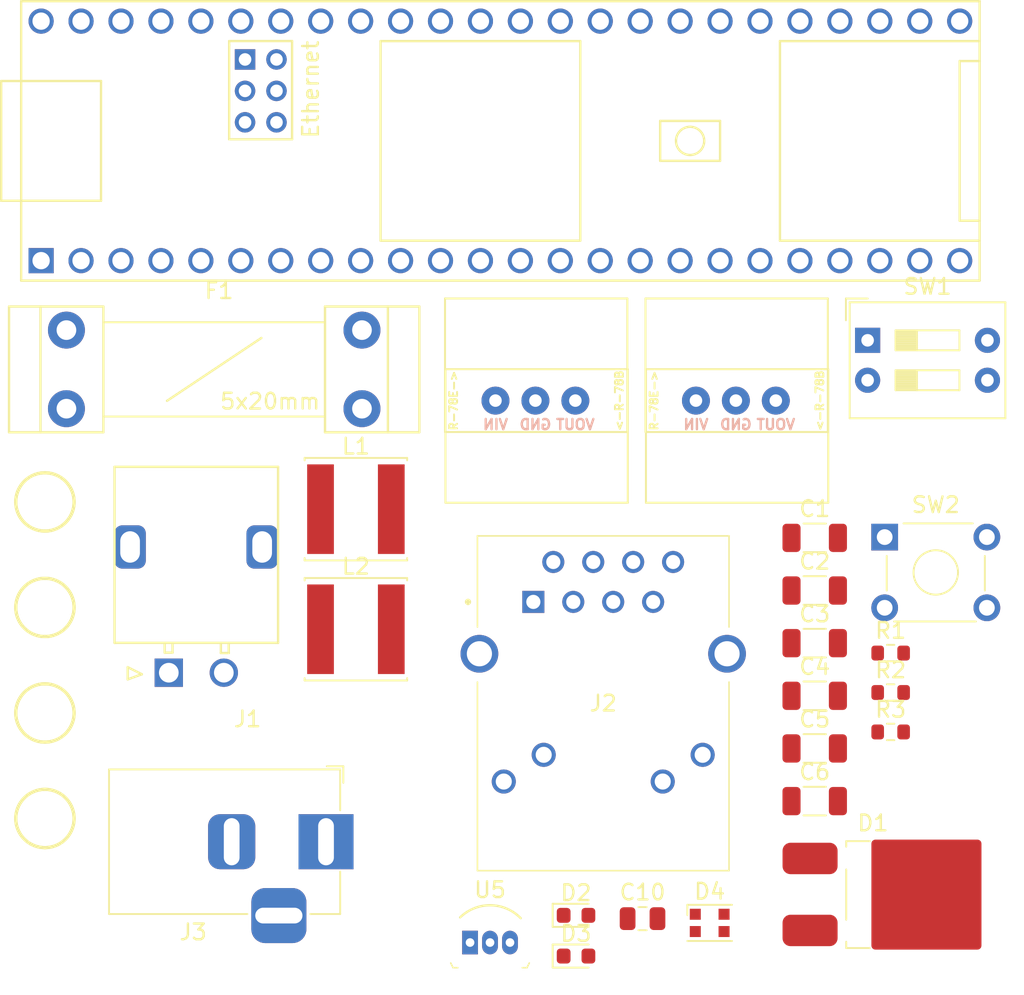
<source format=kicad_pcb>
(kicad_pcb (version 20221018) (generator pcbnew)
  (title_block (rev "v0.1") (company "Meow Wolf") (comment 1 "Daniel Bornhorst"))
  (layers (0 "F.Cu" signal) (31 "B.Cu" signal) (34 "B.Paste" user) (35 "F.Paste" user) (36 "B.SilkS" user "B.Silkscreen") (37 "F.SilkS" user "F.Silkscreen") (38 "B.Mask" user) (39 "F.Mask" user) (44 "Edge.Cuts" user))
  (net 0 "")
  (net 1 "+12V")
  (net 2 "GND")
  (net 3 "Net-(U1-IN)")
  (net 4 "+5V")
  (net 5 "Net-(U3-IN)")
  (net 6 "+3.3V")
  (net 7 "Net-(C10-Pad1)")
  (net 8 "Net-(D2-K)")
  (net 9 "Net-(D3-K)")
  (net 11 "STATUS_PIXEL")
  (net 12 "Net-(J1-Pin_2)")
  (net 13 "Net-(U2-T+)")
  (net 14 "Net-(U2-T-)")
  (net 15 "Net-(U2-R+)")
  (net 16 "Net-(U2-R-)")
  (net 18 "Net-(U2-LED)")
  (net 21 "TEMP_SENS1")
  (net 22 "DIP2")
  (net 23 "DIP1")
  (net 24 "BUTTON")
  (footprint "LED_SMD:LED_0603_1608Metric" (layer "F.Cu") (at 216.732 153.494)
    (fp_text reference "D3" (at 0 -1.43) (layer "F.SilkS"))
    (fp_text value "RED LED")
    (fp_line (start -1.485 -0.735) (end -1.485 0.735) (stroke (width 0.12)) (layer "F.SilkS"))
    (fp_line (start -1.485 0.735) (end 0.8 0.735) (stroke (width 0.12)) (layer "F.SilkS"))
    (fp_line (start 0.8 -0.735) (end -1.485 -0.735) (stroke (width 0.12)) (layer "F.SilkS"))
    (pad "1" smd roundrect (at -0.7875 0) (size 0.875 0.95) (layers "F.Cu" "F.Paste" "F.Mask") (net 9 "Net-(D3-K)"))
    (pad "2" smd roundrect (at 0.7875 0) (size 0.875 0.95) (layers "F.Cu" "F.Paste" "F.Mask") (net 6 "+3.3V"))
  )
  (footprint "Button_Switch_THT:SW_TH_Tactile_Omron_B3F-10xx" (layer "F.Cu") (at 236.362 126.834)
    (fp_text reference "SW2" (at 3.25 -2.05) (layer "F.SilkS"))
    (fp_text value "SW_MEC_5G")
    (fp_line (start 0.13 3.4) (end 0.13 1.2) (stroke (width 0.12)) (layer "F.SilkS"))
    (fp_line (start 0.6 5.37) (end 5.8 5.37) (stroke (width 0.12)) (layer "F.SilkS"))
    (fp_line (start 1.2 -0.87) (end 5.6 -0.87) (stroke (width 0.12)) (layer "F.SilkS"))
    (fp_line (start 6.37 1.2) (end 6.37 3.4) (stroke (width 0.12)) (layer "F.SilkS"))
    (fp_circle (center 3.25 2.25) (end 4.25 3.25) (stroke (width 0.12)) (fill none) (layer "F.SilkS"))
    (pad "1" thru_hole rect (at 0 0) (size 1.7 1.7) (drill 1) (layers "*.Cu" "*.Mask") (net 24 "BUTTON"))
    (pad "1" thru_hole circle (at 6.5 0) (size 1.7 1.7) (drill 1) (layers "*.Cu" "*.Mask") (net 24 "BUTTON"))
    (pad "2" thru_hole circle (at 0 4.5) (size 1.7 1.7) (drill 1) (layers "*.Cu" "*.Mask") (net 24 "BUTTON"))
    (pad "2" thru_hole circle (at 6.5 4.5) (size 1.7 1.7) (drill 1) (layers "*.Cu" "*.Mask") (net 24 "BUTTON"))
  )
  (footprint "LED_SMD:LED_WS2812B-2020_PLCC4_2.0x2.0mm" (layer "F.Cu") (at 225.232 151.384)
    (fp_text reference "D4" (at 0 -2) (layer "F.SilkS"))
    (fp_text value "WS2812B")
    (fp_line (start -1.42 -1.15) (end -1.42 -0.5) (stroke (width 0.12)) (layer "F.SilkS"))
    (fp_line (start -1.42 -1.15) (end 1.42 -1.15) (stroke (width 0.12)) (layer "F.SilkS"))
    (fp_line (start -1.42 1.15) (end 1.42 1.15) (stroke (width 0.12)) (layer "F.SilkS"))
    (pad "1" smd rect (at -0.915 -0.55) (size 0.7 0.7) (layers "F.Cu" "F.Paste" "F.Mask"))
    (pad "2" smd rect (at -0.915 0.55) (size 0.7 0.7) (layers "F.Cu" "F.Paste" "F.Mask") (net 2 "GND"))
    (pad "3" smd rect (at 0.915 0.55) (size 0.7 0.7) (layers "F.Cu" "F.Paste" "F.Mask") (net 11 "STATUS_PIXEL"))
    (pad "4" smd rect (at 0.915 -0.55) (size 0.7 0.7) (layers "F.Cu" "F.Paste" "F.Mask") (net 4 "+5V"))
  )
  (footprint "Resistor_SMD:R_0603_1608Metric" (layer "F.Cu") (at 236.742 136.724)
    (fp_text reference "R2" (at 0 -1.43) (layer "F.SilkS"))
    (fp_text value "220")
    (fp_line (start -0.237258 -0.5225) (end 0.237258 -0.5225) (stroke (width 0.12)) (layer "F.SilkS"))
    (fp_line (start -0.237258 0.5225) (end 0.237258 0.5225) (stroke (width 0.12)) (layer "F.SilkS"))
    (pad "1" smd roundrect (at -0.825 0) (size 0.8 0.95) (layers "F.Cu" "F.Paste" "F.Mask") (net 9 "Net-(D3-K)"))
    (pad "2" smd roundrect (at 0.825 0) (size 0.8 0.95) (layers "F.Cu" "F.Paste" "F.Mask") (net 2 "GND"))
  )
  (footprint "Capacitor_SMD:C_1206_3216Metric" (layer "F.Cu") (at 231.912 136.934)
    (fp_text reference "C4" (at 0 -1.85) (layer "F.SilkS"))
    (fp_text value "10uF")
    (fp_line (start -0.711252 -0.91) (end 0.711252 -0.91) (stroke (width 0.12)) (layer "F.SilkS"))
    (fp_line (start -0.711252 0.91) (end 0.711252 0.91) (stroke (width 0.12)) (layer "F.SilkS"))
    (pad "1" smd roundrect (at -1.475 0) (size 1.15 1.8) (layers "F.Cu" "F.Paste" "F.Mask") (roundrect_rratio 0.217391) (net 1 "+12V"))
    (pad "2" smd roundrect (at 1.475 0) (size 1.15 1.8) (layers "F.Cu" "F.Paste" "F.Mask") (roundrect_rratio 0.217391) (net 2 "GND"))
  )
  (footprint "digikey-footprints:TO-92-3" (layer "F.Cu") (at 209.992 152.634)
    (fp_text reference "U5" (at 1.27 -3.35) (layer "F.SilkS"))
    (fp_text value "DS18B20_")
    (fp_line (start -1.08 1.6) (end -1.23 1.3) (stroke (width 0.1)) (layer "F.SilkS"))
    (fp_line (start -0.78 1.6) (end -1.08 1.6) (stroke (width 0.1)) (layer "F.SilkS"))
    (fp_line (start 3.62 1.6) (end 3.32 1.6) (stroke (width 0.1)) (layer "F.SilkS"))
    (fp_line (start 3.62 1.6) (end 3.77 1.3) (stroke (width 0.1)) (layer "F.SilkS"))
    (fp_arc (start -0.63 -1.6) (mid 1.305355 -2.372361) (end 3.22 -1.55) (stroke (width 0.15)) (layer "F.SilkS"))
    (pad "1" thru_hole rect (at 0 0 180) (size 1 1.5) (drill 0.55) (layers "*.Cu" "*.Mask") (net 2 "GND"))
    (pad "2" thru_hole oval (at 1.27 0 180) (size 1 1.5) (drill 0.55) (layers "*.Cu" "*.Mask") (net 21 "TEMP_SENS1"))
    (pad "3" thru_hole oval (at 2.54 0 180) (size 1 1.5) (drill 0.55) (layers "*.Cu" "*.Mask") (net 6 "+3.3V"))
  )
  (footprint "Capacitor_SMD:C_0805_2012Metric" (layer "F.Cu") (at 220.962 151.114)
    (fp_text reference "C10" (at 0 -1.68) (layer "F.SilkS"))
    (fp_text value "0.1uF")
    (fp_line (start -0.261252 -0.735) (end 0.261252 -0.735) (stroke (width 0.12)) (layer "F.SilkS"))
    (fp_line (start -0.261252 0.735) (end 0.261252 0.735) (stroke (width 0.12)) (layer "F.SilkS"))
    (pad "1" smd roundrect (at -0.95 0) (size 1 1.45) (layers "F.Cu" "F.Paste" "F.Mask") (net 7 "Net-(C10-Pad1)"))
    (pad "2" smd roundrect (at 0.95 0) (size 1 1.45) (layers "F.Cu" "F.Paste" "F.Mask") (net 2 "GND"))
  )
  (footprint "Capacitor_SMD:C_1206_3216Metric" (layer "F.Cu") (at 231.912 126.884)
    (fp_text reference "C1" (at 0 -1.85) (layer "F.SilkS"))
    (fp_text value "10uF")
    (fp_line (start -0.711252 -0.91) (end 0.711252 -0.91) (stroke (width 0.12)) (layer "F.SilkS"))
    (fp_line (start -0.711252 0.91) (end 0.711252 0.91) (stroke (width 0.12)) (layer "F.SilkS"))
    (pad "1" smd roundrect (at -1.475 0) (size 1.15 1.8) (layers "F.Cu" "F.Paste" "F.Mask") (roundrect_rratio 0.217391) (net 1 "+12V"))
    (pad "2" smd roundrect (at 1.475 0) (size 1.15 1.8) (layers "F.Cu" "F.Paste" "F.Mask") (roundrect_rratio 0.217391) (net 2 "GND"))
  )
  (footprint "0_connector:WIZnet_J1B1211CCD_RJ45" (layer "F.Cu") (at 218.462 137.409)
    (fp_text reference "J2" (at 0 0) (layer "F.SilkS"))
    (fp_text value "WIZnet_J1B1211CCD_RJ45")
    (fp_line (start -8.6 -6.55) (end -8.6 -6.55) (stroke (width 0.2)) (layer "F.SilkS"))
    (fp_line (start -8.6 -6.35) (end -8.6 -6.35) (stroke (width 0.2)) (layer "F.SilkS"))
    (fp_line (start -8 -10.65) (end 8 -10.65) (stroke (width 0.1)) (layer "F.SilkS"))
    (fp_line (start -8 -4.85) (end -8 -10.65) (stroke (width 0.1)) (layer "F.SilkS"))
    (fp_line (start -8 -1.35) (end -8 10.65) (stroke (width 0.1)) (layer "F.SilkS"))
    (fp_line (start -8 10.65) (end 8 10.65) (stroke (width 0.1)) (layer "F.SilkS"))
    (fp_line (start 8 -10.65) (end 8 -4.85) (stroke (width 0.1)) (layer "F.SilkS"))
    (fp_line (start 8 10.65) (end 8 -1.35) (stroke (width 0.1)) (layer "F.SilkS"))
    (fp_arc (start -8.6 -6.55) (mid -8.5 -6.45) (end -8.6 -6.35) (stroke (width 0.2)) (layer "F.SilkS"))
    (fp_arc (start -8.6 -6.35) (mid -8.7 -6.45) (end -8.6 -6.55) (stroke (width 0.2)) (layer "F.SilkS"))
    (pad "" np_thru_hole circle (at -5.715 -0.1) (size 3.25 3.25) (drill 3.25) (layers "*.Cu" "*.Mask"))
    (pad "" np_thru_hole circle (at 5.715 -0.1) (size 3.25 3.25) (drill 3.25) (layers "*.Cu" "*.Mask"))
    (pad "1" thru_hole rect (at -4.445 -6.45) (size 1.4 1.4) (drill 0.9) (layers "*.Cu" "*.Mask") (net 13 "Net-(U2-T+)"))
    (pad "2" thru_hole circle (at -3.175 -8.99) (size 1.4 1.4) (drill 0.9) (layers "*.Cu" "*.Mask") (net 7 "Net-(C10-Pad1)"))
    (pad "3" thru_hole circle (at -1.905 -6.45) (size 1.4 1.4) (drill 0.9) (layers "*.Cu" "*.Mask") (net 14 "Net-(U2-T-)"))
    (pad "4" thru_hole circle (at -0.635 -8.99) (size 1.4 1.4) (drill 0.9) (layers "*.Cu" "*.Mask") (net 15 "Net-(U2-R+)"))
    (pad "5" thru_hole circle (at 0.635 -6.45) (size 1.4 1.4) (drill 0.9) (layers "*.Cu" "*.Mask") (net 7 "Net-(C10-Pad1)"))
    (pad "6" thru_hole circle (at 1.905 -8.99) (size 1.4 1.4) (drill 0.9) (layers "*.Cu" "*.Mask") (net 16 "Net-(U2-R-)"))
    (pad "7" thru_hole circle (at 3.175 -6.45) (size 1.4 1.4) (drill 0.9) (layers "*.Cu" "*.Mask"))
    (pad "8" thru_hole circle (at 4.445 -8.99) (size 1.4 1.4) (drill 0.9) (layers "*.Cu" "*.Mask") (net 2 "GND"))
    (pad "9" thru_hole circle (at -6.325 4.98) (size 1.53 1.53) (drill 1.02) (layers "*.Cu" "*.Mask") (net 2 "GND"))
    (pad "10" thru_hole circle (at -3.785 3.28) (size 1.53 1.53) (drill 1.02) (layers "*.Cu" "*.Mask") (net 18 "Net-(U2-LED)"))
    (pad "11" thru_hole circle (at 3.785 4.98) (size 1.53 1.53) (drill 1.02) (layers "*.Cu" "*.Mask"))
    (pad "12" thru_hole circle (at 6.325 3.28) (size 1.53 1.53) (drill 1.02) (layers "*.Cu" "*.Mask"))
    (pad "13" thru_hole circle (at -7.875 -3.15) (size 2.4 2.4) (drill 1.6) (layers "*.Cu" "*.Mask"))
    (pad "14" thru_hole circle (at 7.875 -3.15) (size 2.4 2.4) (drill 1.6) (layers "*.Cu" "*.Mask"))
  )
  (footprint "Connector_BarrelJack:BarrelJack_Horizontal" (layer "F.Cu") (at 200.832 146.219)
    (fp_text reference "J3" (at -8.45 5.75) (layer "F.SilkS"))
    (fp_text value "Barrel jack")
    (fp_line (start -13.8 -4.6) (end 0.9 -4.6) (stroke (width 0.12)) (layer "F.SilkS"))
    (fp_line (start -13.8 4.6) (end -13.8 -4.6) (stroke (width 0.12)) (layer "F.SilkS"))
    (fp_line (start -5 4.6) (end -13.8 4.6) (stroke (width 0.12)) (layer "F.SilkS"))
    (fp_line (start 0.05 -4.8) (end 1.1 -4.8) (stroke (width 0.12)) (layer "F.SilkS"))
    (fp_line (start 0.9 -4.6) (end 0.9 -2) (stroke (width 0.12)) (layer "F.SilkS"))
    (fp_line (start 0.9 1.9) (end 0.9 4.6) (stroke (width 0.12)) (layer "F.SilkS"))
    (fp_line (start 0.9 4.6) (end -1 4.6) (stroke (width 0.12)) (layer "F.SilkS"))
    (fp_line (start 1.1 -3.75) (end 1.1 -4.8) (stroke (width 0.12)) (layer "F.SilkS"))
    (pad "1" thru_hole rect (at 0 0) (size 3.5 3.5) (drill oval 1 3) (layers "*.Cu" "*.Mask") (net 12 "Net-(J1-Pin_2)"))
    (pad "2" thru_hole roundrect (at -6 0) (size 3 3.5) (drill oval 1 3) (layers "*.Cu" "*.Mask") (net 2 "GND"))
    (pad "3" thru_hole roundrect (at -3 4.7) (size 3.5 3.5) (drill oval 3 1) (layers "*.Cu" "*.Mask") (net 2 "GND"))
  )
  (footprint "Capacitor_SMD:C_1206_3216Metric" (layer "F.Cu") (at 231.912 133.584)
    (fp_text reference "C3" (at 0 -1.85) (layer "F.SilkS"))
    (fp_text value "10uF")
    (fp_line (start -0.711252 -0.91) (end 0.711252 -0.91) (stroke (width 0.12)) (layer "F.SilkS"))
    (fp_line (start -0.711252 0.91) (end 0.711252 0.91) (stroke (width 0.12)) (layer "F.SilkS"))
    (pad "1" smd roundrect (at -1.475 0) (size 1.15 1.8) (layers "F.Cu" "F.Paste" "F.Mask") (roundrect_rratio 0.217391) (net 4 "+5V"))
    (pad "2" smd roundrect (at 1.475 0) (size 1.15 1.8) (layers "F.Cu" "F.Paste" "F.Mask") (roundrect_rratio 0.217391) (net 2 "GND"))
  )
  (footprint "Capacitor_SMD:C_1206_3216Metric" (layer "F.Cu") (at 231.912 143.634)
    (fp_text reference "C6" (at 0 -1.85) (layer "F.SilkS"))
    (fp_text value "10uF")
    (fp_line (start -0.711252 -0.91) (end 0.711252 -0.91) (stroke (width 0.12)) (layer "F.SilkS"))
    (fp_line (start -0.711252 0.91) (end 0.711252 0.91) (stroke (width 0.12)) (layer "F.SilkS"))
    (pad "1" smd roundrect (at -1.475 0) (size 1.15 1.8) (layers "F.Cu" "F.Paste" "F.Mask") (roundrect_rratio 0.217391) (net 6 "+3.3V"))
    (pad "2" smd roundrect (at 1.475 0) (size 1.15 1.8) (layers "F.Cu" "F.Paste" "F.Mask") (roundrect_rratio 0.217391) (net 2 "GND"))
  )
  (footprint "0_microcontroller:Teensy41_ethernet_only" (layer "F.Cu") (at 210.652 100.989)
    (fp_text reference "U2" hide)
    (fp_text value "Teensy4.1" hide)
    (fp_text user "Ethernet" (at -10.795 -2.6416 90) (layer "F.SilkS"))
    (fp_line (start -30.48 -3.175) (end -29.21 -3.175) (stroke (width 0.15)) (layer "F.SilkS"))
    (fp_line (start -30.48 4.445) (end -30.48 -3.175) (stroke (width 0.15)) (layer "F.SilkS"))
    (fp_line (start -29.21 -8.255) (end 31.75 -8.255) (stroke (width 0.15)) (layer "F.SilkS"))
    (fp_line (start -29.21 4.445) (end -30.48 4.445) (stroke (width 0.15)) (layer "F.SilkS"))
    (fp_line (start -29.21 9.525) (end -29.21 -8.255) (stroke (width 0.15)) (layer "F.SilkS"))
    (fp_line (start -24.13 -3.175) (end -29.21 -3.175) (stroke (width 0.15)) (layer "F.SilkS"))
    (fp_line (start -24.13 4.445) (end -29.21 4.445) (stroke (width 0.15)) (layer "F.SilkS"))
    (fp_line (start -24.13 4.445) (end -24.13 -3.175) (stroke (width 0.15)) (layer "F.SilkS"))
    (fp_line (start -15.98 -5.7166) (end -15.98 -5.4666) (stroke (width 0.15)) (layer "F.SilkS"))
    (fp_line (start -15.98 -5.4666) (end -15.98 0.5334) (stroke (width 0.15)) (layer "F.SilkS"))
    (fp_line (start -15.98 0.5334) (end -11.98 0.5334) (stroke (width 0.15)) (layer "F.SilkS"))
    (fp_line (start -11.98 -5.7166) (end -15.98 -5.7166) (stroke (width 0.15)) (layer "F.SilkS"))
    (fp_line (start -11.98 0.5334) (end -11.98 -5.7166) (stroke (width 0.15)) (layer "F.SilkS"))
    (fp_line (start -6.35 -5.715) (end -6.35 6.985) (stroke (width 0.15)) (layer "F.SilkS"))
    (fp_line (start -6.35 6.985) (end 6.35 6.985) (stroke (width 0.15)) (layer "F.SilkS"))
    (fp_line (start 6.35 -5.715) (end -6.35 -5.715) (stroke (width 0.15)) (layer "F.SilkS"))
    (fp_line (start 6.35 6.985) (end 6.35 -5.715) (stroke (width 0.15)) (layer "F.SilkS"))
    (fp_line (start 11.43 -0.635) (end 15.24 -0.635) (stroke (width 0.15)) (layer "F.SilkS"))
    (fp_line (start 11.43 1.905) (end 11.43 -0.635) (stroke (width 0.15)) (layer "F.SilkS"))
    (fp_line (start 15.24 -0.635) (end 15.24 1.905) (stroke (width 0.15)) (layer "F.SilkS"))
    (fp_line (start 15.24 1.905) (end 11.43 1.905) (stroke (width 0.15)) (layer "F.SilkS"))
    (fp_line (start 19.05 -5.715) (end 19.05 6.985) (stroke (width 0.15)) (layer "F.SilkS"))
    (fp_line (start 19.05 6.985) (end 31.75 6.985) (stroke (width 0.15)) (layer "F.SilkS"))
    (fp_line (start 30.48 -4.445) (end 30.48 5.715) (stroke (width 0.15)) (layer "F.SilkS"))
    (fp_line (start 30.48 5.715) (end 31.75 5.715) (stroke (width 0.15)) (layer "F.SilkS"))
    (fp_line (start 31.75 -8.255) (end 31.75 9.525) (stroke (width 0.15)) (layer "F.SilkS"))
    (fp_line (start 31.75 -5.715) (end 19.05 -5.715) (stroke (width 0.15)) (layer "F.SilkS"))
    (fp_line (start 31.75 -4.445) (end 30.48 -4.445) (stroke (width 0.15)) (layer "F.SilkS"))
    (fp_line (start 31.75 9.525) (end -29.21 9.525) (stroke (width 0.15)) (layer "F.SilkS"))
    (fp_circle (center 13.335 0.635) (end 13.97 0) (stroke (width 0.15)) (fill none) (layer "F.SilkS"))
    (pad "1" thru_hole rect (at -27.94 8.255) (size 1.6 1.6) (drill 1.1) (layers "*.Cu" "*.Mask") (net 2 "GND"))
    (pad "2" thru_hole circle (at -25.4 8.255) (size 1.6 1.6) (drill 1.1) (layers "*.Cu" "*.Mask"))
    (pad "3" thru_hole circle (at -22.86 8.255) (size 1.6 1.6) (drill 1.1) (layers "*.Cu" "*.Mask"))
    (pad "4" thru_hole circle (at -20.32 8.255) (size 1.6 1.6) (drill 1.1) (layers "*.Cu" "*.Mask"))
    (pad "5" thru_hole circle (at -17.78 8.255) (size 1.6 1.6) (drill 1.1) (layers "*.Cu" "*.Mask"))
    (pad "6" thru_hole circle (at -15.24 8.255) (size 1.6 1.6) (drill 1.1) (layers "*.Cu" "*.Mask"))
    (pad "7" thru_hole circle (at -12.7 8.255) (size 1.6 1.6) (drill 1.1) (layers "*.Cu" "*.Mask"))
    (pad "8" thru_hole circle (at -10.16 8.255) (size 1.6 1.6) (drill 1.1) (layers "*.Cu" "*.Mask"))
    (pad "9" thru_hole circle (at -7.62 8.255) (size 1.6 1.6) (drill 1.1) (layers "*.Cu" "*.Mask"))
    (pad "10" thru_hole circle (at -5.08 8.255) (size 1.6 1.6) (drill 1.1) (layers "*.Cu" "*.Mask"))
    (pad "11" thru_hole circle (at -2.54 8.255) (size 1.6 1.6) (drill 1.1) (layers "*.Cu" "*.Mask"))
    (pad "12" thru_hole circle (at 0 8.255) (size 1.6 1.6) (drill 1.1) (layers "*.Cu" "*.Mask"))
    (pad "13" thru_hole circle (at 2.54 8.255) (size 1.6 1.6) (drill 1.1) (layers "*.Cu" "*.Mask"))
    (pad "14" thru_hole circle (at 5.08 8.255) (size 1.6 1.6) (drill 1.1) (layers "*.Cu" "*.Mask"))
    (pad "15" thru_hole circle (at 7.62 8.255) (size 1.6 1.6) (drill 1.1) (layers "*.Cu" "*.Mask"))
    (pad "16" thru_hole circle (at 10.16 8.255) (size 1.6 1.6) (drill 1.1) (layers "*.Cu" "*.Mask"))
    (pad "17" thru_hole circle (at 12.7 8.255) (size 1.6 1.6) (drill 1.1) (layers "*.Cu" "*.Mask"))
    (pad "18" thru_hole circle (at 15.24 8.255) (size 1.6 1.6) (drill 1.1) (layers "*.Cu" "*.Mask"))
    (pad "19" thru_hole circle (at 17.78 8.255) (size 1.6 1.6) (drill 1.1) (layers "*.Cu" "*.Mask"))
    (pad "20" thru_hole circle (at 20.32 8.255) (size 1.6 1.6) (drill 1.1) (layers "*.Cu" "*.Mask"))
    (pad "21" thru_hole circle (at 22.86 8.255) (size 1.6 1.6) (drill 1.1) (layers "*.Cu" "*.Mask"))
    (pad "22" thru_hole circle (at 25.4 8.255) (size 1.6 1.6) (drill 1.1) (layers "*.Cu" "*.Mask"))
    (pad "23" thru_hole circle (at 27.94 8.255) (size 1.6 1.6) (drill 1.1) (layers "*.Cu" "*.Mask"))
    (pad "24" thru_hole circle (at 30.48 8.255) (size 1.6 1.6) (drill 1.1) (layers "*.Cu" "*.Mask"))
    (pad "25" thru_hole circle (at 30.48 -6.985) (size 1.6 1.6) (drill 1.1) (layers "*.Cu" "*.Mask"))
    (pad "26" thru_hole circle (at 27.94 -6.985) (size 1.6 1.6) (drill 1.1) (layers "*.Cu" "*.Mask"))
    (pad "27" thru_hole circle (at 25.4 -6.985) (size 1.6 1.6) (drill 1.1) (layers "*.Cu" "*.Mask"))
    (pad "28" thru_hole circle (at 22.86 -6.985) (size 1.6 1.6) (drill 1.1) (layers "*.Cu" "*.Mask"))
    (pad "29" thru_hole circle (at 20.32 -6.985) (size 1.6 1.6) (drill 1.1) (layers "*.Cu" "*.Mask"))
    (pad "30" thru_hole circle (at 17.78 -6.985) (size 1.6 1.6) (drill 1.1) (layers "*.Cu" "*.Mask"))
    (pad "31" thru_hole circle (at 15.24 -6.985) (size 1.6 1.6) (drill 1.1) (layers "*.Cu" "*.Mask"))
    (pad "32" thru_hole circle (at 12.7 -6.985) (size 1.6 1.6) (drill 1.1) (layers "*.Cu" "*.Mask"))
    (pad "33" thru_hole circle (at 10.16 -6.985) (size 1.6 1.6) (drill 1.1) (layers "*.Cu" "*.Mask"))
    (pad "34" thru_hole circle (at 7.62 -6.985) (size 1.6 1.6) (drill 1.1) (layers "*.Cu" "*.Mask") (net 2 "GND"))
    (pad "35" thru_hole circle (at 5.08 -6.985) (size 1.6 1.6) (drill 1.1) (layers "*.Cu" "*.Mask"))
    (pad "36" thru_hole circle (at 2.54 -6.985) (size 1.6 1.6) (drill 1.1) (layers "*.Cu" "*.Mask"))
    (pad "37" thru_hole circle (at 0 -6.985) (size 1.6 1.6) (drill 1.1) (layers "*.Cu" "*.Mask"))
    (pad "38" thru_hole circle (at -2.54 -6.985) (size 1.6 1.6) (drill 1.1) (layers "*.Cu" "*.Mask"))
    (pad "39" thru_hole circle (at -5.08 -6.985) (size 1.6 1.6) (drill 1.1) (layers "*.Cu" "*.Mask"))
    (pad "40" thru_hole circle (at -7.62 -6.985) (size 1.6 1.6) (drill 1.1) (layers "*.Cu" "*.Mask"))
    (pad "41" thru_hole circle (at -10.16 -6.985) (size 1.6 1.6) (drill 1.1) (layers "*.Cu" "*.Mask"))
    (pad "42" thru_hole circle (at -12.7 -6.985) (size 1.6 1.6) (drill 1.1) (layers "*.Cu" "*.Mask"))
    (pad "43" thru_hole circle (at -15.24 -6.985) (size 1.6 1.6) (drill 1.1) (layers "*.Cu" "*.Mask"))
    (pad "44" thru_hole circle (at -17.78 -6.985) (size 1.6 1.6) (drill 1.1) (layers "*.Cu" "*.Mask"))
    (pad "45" thru_hole circle (at -20.32 -6.985) (size 1.6 1.6) (drill 1.1) (layers "*.Cu" "*.Mask"))
    (pad "46" thru_hole circle (at -22.86 -6.985) (size 1.6 1.6) (drill 1.1) (layers "*.Cu" "*.Mask"))
    (pad "47" thru_hole circle (at -25.4 -6.985) (size 1.6 1.6) (drill 1.1) (layers "*.Cu" "*.Mask") (net 2 "GND"))
    (pad "48" thru_hole circle (at -27.94 -6.985) (size 1.6 1.6) (drill 1.1) (layers "*.Cu" "*.Mask") (net 4 "+5V"))
    (pad "60" thru_hole rect (at -14.97 -4.5466) (size 1.3 1.3) (drill 0.8) (layers "*.Cu" "*.Mask") (net 15 "Net-(U2-R+)"))
    (pad "61" thru_hole circle (at -14.97 -2.5466) (size 1.3 1.3) (drill 0.8) (layers "*.Cu" "*.Mask") (net 18 "Net-(U2-LED)"))
    (pad "62" thru_hole circle (at -14.97 -0.5466) (size 1.3 1.3) (drill 0.8) (layers "*.Cu" "*.Mask") (net 14 "Net-(U2-T-)"))
    (pad "63" thru_hole circle (at -12.97 -0.5466) (size 1.3 1.3) (drill 0.8) (layers "*.Cu" "*.Mask") (net 13 "Net-(U2-T+)"))
    (pad "64" thru_hole circle (at -12.97 -2.5466) (size 1.3 1.3) (drill 0.8) (layers "*.Cu" "*.Mask") (net 2 "GND"))
    (pad "65" thru_hole circle (at -12.97 -4.5466) (size 1.3 1.3) (drill 0.8) (layers "*.Cu" "*.Mask") (net 16 "Net-(U2-R-)"))
  )
  (footprint "Inductor_SMD:L_Changjiang_FNR6045S" (layer "F.Cu") (at 202.732 132.699)
    (fp_text reference "L2" (at 0 -4) (layer "F.SilkS"))
    (fp_text value "10uH")
    (fp_line (start -3.26 -3.26) (end -3.26 -3.11) (stroke (width 0.12)) (layer "F.SilkS"))
    (fp_line (start -3.26 -3.26) (end 3.26 -3.26) (stroke (width 0.12)) (layer "F.SilkS"))
    (fp_line (start -3.26 3.26) (end -3.26 3.11) (stroke (width 0.12)) (layer "F.SilkS"))
    (fp_line (start -3.26 3.26) (end 3.26 3.26) (stroke (width 0.12)) (layer "F.SilkS"))
    (fp_line (start 3.26 -3.26) (end 3.26 -3.11) (stroke (width 0.12)) (layer "F.SilkS"))
    (fp_line (start 3.26 3.26) (end 3.26 3.11) (stroke (width 0.12)) (layer "F.SilkS"))
    (pad "1" smd rect (at -2.25 0) (size 1.7 5.7) (layers "F.Cu" "F.Paste" "F.Mask") (net 1 "+12V"))
    (pad "2" smd rect (at 2.25 0) (size 1.7 5.7) (layers "F.Cu" "F.Paste" "F.Mask") (net 5 "Net-(U3-IN)"))
  )
  (footprint "MeowWolf_Hardware:STAND-OFF" (layer "F.Cu") (at 182.9545 138.0265)
    (fp_text reference "H3" hide)
    (fp_text value "STAND-OFF" hide)
    (fp_arc (start 0 -1.8542) (mid 1.8542 0) (end 0 1.8542) (stroke (width 0.2032)) (layer "F.SilkS"))
    (fp_arc (start 0 -1.8542) (mid 1.8542 0) (end 0 1.8542) (stroke (width 0.2032)) (layer "F.SilkS"))
    (fp_arc (start 0 1.8542) (mid -1.8542 0) (end 0 -1.8542) (stroke (width 0.2032)) (layer "F.SilkS"))
    (fp_arc (start 0 1.8542) (mid -1.8542 0) (end 0 -1.8542) (stroke (width 0.2032)) (layer "F.SilkS"))
    (pad "" np_thru_hole circle (at 0 0) (size 3.302 3.302) (drill 3.302) (layers "*.Cu" "*.Mask"))
  )
  (footprint "MeowWolf_Devices:DC-DC_CONVERTER_R-78E_R-78B" (layer "F.Cu") (at 226.89856 118.14982)
    (fp_text reference "U3" hide)
    (fp_text value "R-78B3.3-2.0" hide)
    (fp_text user "VOUT" (at 2.54 1.524) (layer "B.SilkS") (effects (font (size 0.65 0.65)) (justify mirror)))
    (fp_text user "GND" (at 0 1.524) (layer "B.SilkS") (effects (font (size 0.65 0.65)) (justify mirror)))
    (fp_text user "VIN" (at -2.54 1.524) (layer "B.SilkS") (effects (font (size 0.65 0.65)) (justify mirror)))
    (fp_text user "R-78E->" (at -5.207 0 90) (layer "F.SilkS") (effects (font (size 0.5 0.5) (thickness 0.125))))
    (fp_text user "<-R-78B" (at 5.334 0 90) (layer "F.SilkS") (effects (font (size 0.5 0.5) (thickness 0.125))))
    (fp_line (start -5.74802 -6.49732) (end -5.74802 1.99898) (stroke (width 0.127)) (layer "F.SilkS"))
    (fp_line (start -5.74802 1.99898) (end 5.84708 1.99898) (stroke (width 0.127)) (layer "F.SilkS"))
    (fp_line (start -5.72008 -1.99898) (end -5.72008 6.49732) (stroke (width 0.127)) (layer "F.SilkS"))
    (fp_line (start -5.72008 6.49732) (end 5.87502 6.49732) (stroke (width 0.127)) (layer "F.SilkS"))
    (fp_line (start 5.84708 -6.49732) (end -5.74802 -6.49732) (stroke (width 0.127)) (layer "F.SilkS"))
    (fp_line (start 5.84708 1.99898) (end 5.84708 -6.49732) (stroke (width 0.127)) (layer "F.SilkS"))
    (fp_line (start 5.87502 -1.99898) (end -5.72008 -1.99898) (stroke (width 0.127)) (layer "F.SilkS"))
    (fp_line (start 5.87502 6.49732) (end 5.87502 -1.99898) (stroke (width 0.127)) (layer "F.SilkS"))
    (pad "GND" thru_hole circle (at 0 0) (size 1.778 1.778) (drill 0.79756) (layers "*.Cu" "*.Mask") (net 2 "GND"))
    (pad "VIN" thru_hole circle (at -2.54 0) (size 1.778 1.778) (drill 0.79756) (layers "*.Cu" "*.Mask") (net 5 "Net-(U3-IN)"))
    (pad "VOUT" thru_hole circle (at 2.54 0) (size 1.778 1.778) (drill 0.79756) (layers "*.Cu" "*.Mask") (net 6 "+3.3V"))
  )
  (footprint "Button_Switch_THT:SW_DIP_SPSTx02_Slide_9.78x7.26mm_W7.62mm_P2.54mm" (layer "F.Cu") (at 235.277 114.314)
    (fp_text reference "SW1" (at 3.81 -3.42) (layer "F.SilkS"))
    (fp_text value "SW_DIP_x02")
    (fp_line (start -1.38 -2.66) (end -1.38 -1.277) (stroke (width 0.12)) (layer "F.SilkS"))
    (fp_line (start -1.38 -2.66) (end 0.004 -2.66) (stroke (width 0.12)) (layer "F.SilkS"))
    (fp_line (start -1.14 -2.42) (end -1.14 4.96) (stroke (width 0.12)) (layer "F.SilkS"))
    (fp_line (start -1.14 -2.42) (end 8.76 -2.42) (stroke (width 0.12)) (layer "F.SilkS"))
    (fp_line (start -1.14 4.96) (end 8.76 4.96) (stroke (width 0.12)) (layer "F.SilkS"))
    (fp_line (start 1.78 -0.635) (end 1.78 0.635) (stroke (width 0.12)) (layer "F.SilkS"))
    (fp_line (start 1.78 -0.515) (end 3.133333 -0.515) (stroke (width 0.12)) (layer "F.SilkS"))
    (fp_line (start 1.78 -0.395) (end 3.133333 -0.395) (stroke (width 0.12)) (layer "F.SilkS"))
    (fp_line (start 1.78 -0.275) (end 3.133333 -0.275) (stroke (width 0.12)) (layer "F.SilkS"))
    (fp_line (start 1.78 -0.155) (end 3.133333 -0.155) (stroke (width 0.12)) (layer "F.SilkS"))
    (fp_line (start 1.78 -0.035) (end 3.133333 -0.035) (stroke (width 0.12)) (layer "F.SilkS"))
    (fp_line (start 1.78 0.085) (end 3.133333 0.085) (stroke (width 0.12)) (layer "F.SilkS"))
    (fp_line (start 1.78 0.205) (end 3.133333 0.205) (stroke (width 0.12)) (layer "F.SilkS"))
    (fp_line (start 1.78 0.325) (end 3.133333 0.325) (stroke (width 0.12)) (layer "F.SilkS"))
    (fp_line (start 1.78 0.445) (end 3.133333 0.445) (stroke (width 0.12)) (layer "F.SilkS"))
    (fp_line (start 1.78 0.565) (end 3.133333 0.565) (stroke (width 0.12)) (layer "F.SilkS"))
    (fp_line (start 1.78 0.635) (end 5.84 0.635) (stroke (width 0.12)) (layer "F.SilkS"))
    (fp_line (start 1.78 1.905) (end 1.78 3.175) (stroke (width 0.12)) (layer "F.SilkS"))
    (fp_line (start 1.78 2.025) (end 3.133333 2.025) (stroke (width 0.12)) (layer "F.SilkS"))
    (fp_line (start 1.78 2.145) (end 3.133333 2.145) (stroke (width 0.12)) (layer "F.SilkS"))
    (fp_line (start 1.78 2.265) (end 3.133333 2.265) (stroke (width 0.12)) (layer "F.SilkS"))
    (fp_line (start 1.78 2.385) (end 3.133333 2.385) (stroke (width 0.12)) (layer "F.SilkS"))
    (fp_line (start 1.78 2.505) (end 3.133333 2.505) (stroke (width 0.12)) (layer "F.SilkS"))
    (fp_line (start 1.78 2.625) (end 3.133333 2.625) (stroke (width 0.12)) (layer "F.SilkS"))
    (fp_line (start 1.78 2.745) (end 3.133333 2.745) (stroke (width 0.12)) (layer "F.SilkS"))
    (fp_line (start 1.78 2.865) (end 3.133333 2.865) (stroke (width 0.12)) (layer "F.SilkS"))
    (fp_line (start 1.78 2.985) (end 3.133333 2.985) (stroke (width 0.12)) (layer "F.SilkS"))
    (fp_line (start 1.78 3.105) (end 3.133333 3.105) (stroke (width 0.12)) (layer "F.SilkS"))
    (fp_line (start 1.78 3.175) (end 5.84 3.175) (stroke (width 0.12)) (layer "F.SilkS"))
    (fp_line (start 3.133333 -0.635) (end 3.133333 0.635) (stroke (width 0.12)) (layer "F.SilkS"))
    (fp_line (start 3.133333 1.905) (end 3.133333 3.175) (stroke (width 0.12)) (layer "F.SilkS"))
    (fp_line (start 5.84 -0.635) (end 1.78 -0.635) (stroke (width 0.12)) (layer "F.SilkS"))
    (fp_line (start 5.84 0.635) (end 5.84 -0.635) (stroke (width 0.12)) (layer "F.SilkS"))
    (fp_line (start 5.84 1.905) (end 1.78 1.905) (stroke (width 0.12)) (layer "F.SilkS"))
    (fp_line (start 5.84 3.175) (end 5.84 1.905) (stroke (width 0.12)) (layer "F.SilkS"))
    (fp_line (start 8.76 -2.42) (end 8.76 4.96) (stroke (width 0.12)) (layer "F.SilkS"))
    (pad "1" thru_hole rect (at 0 0) (size 1.6 1.6) (drill 0.8) (layers "*.Cu" "*.Mask") (net 2 "GND"))
    (pad "2" thru_hole oval (at 0 2.54) (size 1.6 1.6) (drill 0.8) (layers "*.Cu" "*.Mask") (net 2 "GND"))
    (pad "3" thru_hole oval (at 7.62 2.54) (size 1.6 1.6) (drill 0.8) (layers "*.Cu" "*.Mask") (net 22 "DIP2"))
    (pad "4" thru_hole oval (at 7.62 0) (size 1.6 1.6) (drill 0.8) (layers "*.Cu" "*.Mask") (net 23 "DIP1"))
  )
  (footprint "Package_TO_SOT_SMD:TO-252-2_TabPin1" (layer "F.Cu") (at 236.992 149.584)
    (fp_text reference "D1" (at -1.375 -4.55) (layer "F.SilkS"))
    (fp_text value "Reverse Protection Diode")
    (fp_line (start -3.075 -3.4) (end -1.575 -3.4) (stroke (width 0.12)) (layer "F.SilkS"))
    (fp_line (start -3.075 -3.05) (end -3.075 -3.4) (stroke (width 0.12)) (layer "F.SilkS"))
    (fp_line (start -3.075 1.6) (end -3.075 -1.6) (stroke (width 0.12)) (layer "F.SilkS"))
    (fp_line (start -3.075 3.4) (end -3.075 3) (stroke (width 0.12)) (layer "F.SilkS"))
    (fp_line (start -1.575 3.4) (end -3.075 3.4) (stroke (width 0.12)) (layer "F.SilkS"))
    (pad "1" smd roundrect (at -5.375 -2.3) (size 3.5 2) (layers "F.Cu" "F.Paste" "F.Mask") (net 1 "+12V"))
    (pad "1" smd roundrect (at 2.025 0) (size 7 7) (layers "F.Cu" "F.Mask") (roundrect_rratio 0.03571428571) (net 1 "+12V"))
    (pad "2" smd roundrect (at -5.375 2.28) (size 3.5 2) (layers "F.Cu" "F.Paste" "F.Mask") (net 2 "GND"))
  )
  (footprint "LED_SMD:LED_0603_1608Metric" (layer "F.Cu") (at 216.732 150.904)
    (fp_text reference "D2" (at 0 -1.43) (layer "F.SilkS"))
    (fp_text value "GREEN LED")
    (fp_line (start -1.485 -0.735) (end -1.485 0.735) (stroke (width 0.12)) (layer "F.SilkS"))
    (fp_line (start -1.485 0.735) (end 0.8 0.735) (stroke (width 0.12)) (layer "F.SilkS"))
    (fp_line (start 0.8 -0.735) (end -1.485 -0.735) (stroke (width 0.12)) (layer "F.SilkS"))
    (pad "1" smd roundrect (at -0.7875 0) (size 0.875 0.95) (layers "F.Cu" "F.Paste" "F.Mask") (net 8 "Net-(D2-K)"))
    (pad "2" smd roundrect (at 0.7875 0) (size 0.875 0.95) (layers "F.Cu" "F.Paste" "F.Mask") (net 4 "+5V"))
  )
  (footprint "MeowWolf_Devices:DC-DC_CONVERTER_R-78E_R-78B" (layer "F.Cu") (at 214.14852 118.14982)
    (fp_text reference "U1" hide)
    (fp_text value "R-78B5.0-2.0" hide)
    (fp_text user "GND" (at 0 1.524) (layer "B.SilkS") (effects (font (size 0.65 0.65)) (justify mirror)))
    (fp_text user "VIN" (at -2.54 1.524) (layer "B.SilkS") (effects (font (size 0.65 0.65)) (justify mirror)))
    (fp_text user "VOUT" (at 2.54 1.524) (layer "B.SilkS") (effects (font (size 0.65 0.65)) (justify mirror)))
    (fp_text user "<-R-78B" (at 5.334 0 90) (layer "F.SilkS") (effects (font (size 0.5 0.5) (thickness 0.125))))
    (fp_text user "R-78E->" (at -5.207 0 90) (layer "F.SilkS") (effects (font (size 0.5 0.5) (thickness 0.125))))
    (fp_line (start -5.74802 -6.49732) (end -5.74802 1.99898) (stroke (width 0.127)) (layer "F.SilkS"))
    (fp_line (start -5.74802 1.99898) (end 5.84708 1.99898) (stroke (width 0.127)) (layer "F.SilkS"))
    (fp_line (start -5.72008 -1.99898) (end -5.72008 6.49732) (stroke (width 0.127)) (layer "F.SilkS"))
    (fp_line (start -5.72008 6.49732) (end 5.87502 6.49732) (stroke (width 0.127)) (layer "F.SilkS"))
    (fp_line (start 5.84708 -6.49732) (end -5.74802 -6.49732) (stroke (width 0.127)) (layer "F.SilkS"))
    (fp_line (start 5.84708 1.99898) (end 5.84708 -6.49732) (stroke (width 0.127)) (layer "F.SilkS"))
    (fp_line (start 5.87502 -1.99898) (end -5.72008 -1.99898) (stroke (width 0.127)) (layer "F.SilkS"))
    (fp_line (start 5.87502 6.49732) (end 5.87502 -1.99898) (stroke (width 0.127)) (layer "F.SilkS"))
    (pad "GND" thru_hole circle (at 0 0) (size 1.778 1.778) (drill 0.79756) (layers "*.Cu" "*.Mask") (net 2 "GND"))
    (pad "VIN" thru_hole circle (at -2.54 0) (size 1.778 1.778) (drill 0.79756) (layers "*.Cu" "*.Mask") (net 3 "Net-(U1-IN)"))
    (pad "VOUT" thru_hole circle (at 2.54 0) (size 1.778 1.778) (drill 0.79756) (layers "*.Cu" "*.Mask") (net 4 "+5V"))
  )
  (footprint "Capacitor_SMD:C_1206_3216Metric" (layer "F.Cu") (at 231.912 130.234)
    (fp_text reference "C2" (at 0 -1.85) (layer "F.SilkS"))
    (fp_text value "4.7uF")
    (fp_line (start -0.711252 -0.91) (end 0.711252 -0.91) (stroke (width 0.12)) (layer "F.SilkS"))
    (fp_line (start -0.711252 0.91) (end 0.711252 0.91) (stroke (width 0.12)) (layer "F.SilkS"))
    (pad "1" smd roundrect (at -1.475 0) (size 1.15 1.8) (layers "F.Cu" "F.Paste" "F.Mask") (roundrect_rratio 0.217391) (net 3 "Net-(U1-IN)"))
    (pad "2" smd roundrect (at 1.475 0) (size 1.15 1.8) (layers "F.Cu" "F.Paste" "F.Mask") (roundrect_rratio 0.217391) (net 2 "GND"))
  )
  (footprint "MeowWolf_Hardware:STAND-OFF" (layer "F.Cu") (at 182.9545 131.3115)
    (fp_text reference "H2" hide)
    (fp_text value "STAND-OFF" hide)
    (fp_arc (start 0 -1.8542) (mid 1.8542 0) (end 0 1.8542) (stroke (width 0.2032)) (layer "F.SilkS"))
    (fp_arc (start 0 -1.8542) (mid 1.8542 0) (end 0 1.8542) (stroke (width 0.2032)) (layer "F.SilkS"))
    (fp_arc (start 0 1.8542) (mid -1.8542 0) (end 0 -1.8542) (stroke (width 0.2032)) (layer "F.SilkS"))
    (fp_arc (start 0 1.8542) (mid -1.8542 0) (end 0 -1.8542) (stroke (width 0.2032)) (layer "F.SilkS"))
    (pad "" np_thru_hole circle (at 0 0) (size 3.302 3.302) (drill 3.302) (layers "*.Cu" "*.Mask"))
  )
  (footprint "Resistor_SMD:R_0603_1608Metric" (layer "F.Cu") (at 236.742 134.214)
    (fp_text reference "R1" (at 0 -1.43) (layer "F.SilkS"))
    (fp_text value "560")
    (fp_line (start -0.237258 -0.5225) (end 0.237258 -0.5225) (stroke (width 0.12)) (layer "F.SilkS"))
    (fp_line (start -0.237258 0.5225) (end 0.237258 0.5225) (stroke (width 0.12)) (layer "F.SilkS"))
    (pad "1" smd roundrect (at -0.825 0) (size 0.8 0.95) (layers "F.Cu" "F.Paste" "F.Mask") (net 8 "Net-(D2-K)"))
    (pad "2" smd roundrect (at 0.825 0) (size 0.8 0.95) (layers "F.Cu" "F.Paste" "F.Mask") (net 2 "GND"))
  )
  (footprint "Inductor_SMD:L_Changjiang_FNR6045S" (layer "F.Cu") (at 202.732 125.059)
    (fp_text reference "L1" (at 0 -4) (layer "F.SilkS"))
    (fp_text value "10uH")
    (fp_line (start -3.26 -3.26) (end -3.26 -3.11) (stroke (width 0.12)) (layer "F.SilkS"))
    (fp_line (start -3.26 -3.26) (end 3.26 -3.26) (stroke (width 0.12)) (layer "F.SilkS"))
    (fp_line (start -3.26 3.26) (end -3.26 3.11) (stroke (width 0.12)) (layer "F.SilkS"))
    (fp_line (start -3.26 3.26) (end 3.26 3.26) (stroke (width 0.12)) (layer "F.SilkS"))
    (fp_line (start 3.26 -3.26) (end 3.26 -3.11) (stroke (width 0.12)) (layer "F.SilkS"))
    (fp_line (start 3.26 3.26) (end 3.26 3.11) (stroke (width 0.12)) (layer "F.SilkS"))
    (pad "1" smd rect (at -2.25 0) (size 1.7 5.7) (layers "F.Cu" "F.Paste" "F.Mask") (net 1 "+12V"))
    (pad "2" smd rect (at 2.25 0) (size 1.7 5.7) (layers "F.Cu" "F.Paste" "F.Mask") (net 3 "Net-(U1-IN)"))
  )
  (footprint "MeowWolf_Devices:Fuseholder_5x20mm_Littelfuse_01110501Z" (layer "F.Cu") (at 193.72 116.164)
    (fp_text reference "F1" (at 0.31 -5) (layer "F.SilkS"))
    (fp_text value "Fuse" hide)
    (fp_text user "5x20mm" (at 3.556 2.032) (layer "F.SilkS"))
    (fp_line (start -13.048 -4) (end -7.048 -4) (stroke (width 0.15)) (layer "F.SilkS"))
    (fp_line (start -13.048 4) (end -13.048 -4) (stroke (width 0.15)) (layer "F.SilkS"))
    (fp_line (start -11.048 -4) (end -11.048 4) (stroke (width 0.15)) (layer "F.SilkS"))
    (fp_line (start -7.048 -3) (end 7.048 -3) (stroke (width 0.12)) (layer "F.SilkS"))
    (fp_line (start -7.048 3) (end 7.048 3) (stroke (width 0.12)) (layer "F.SilkS"))
    (fp_line (start -7.048 4) (end -13.048 4) (stroke (width 0.15)) (layer "F.SilkS"))
    (fp_line (start -7.048 4) (end -7.048 -4) (stroke (width 0.15)) (layer "F.SilkS"))
    (fp_line (start -3 2) (end 3 -2) (stroke (width 0.15)) (layer "F.SilkS"))
    (fp_line (start 7.048 -4) (end 7.048 4) (stroke (width 0.15)) (layer "F.SilkS"))
    (fp_line (start 7.048 -4) (end 13.048 -4) (stroke (width 0.15)) (layer "F.SilkS"))
    (fp_line (start 11.048 -4) (end 11.048 4) (stroke (width 0.15)) (layer "F.SilkS"))
    (fp_line (start 13.048 -4) (end 13.048 4) (stroke (width 0.15)) (layer "F.SilkS"))
    (fp_line (start 13.048 4) (end 7.048 4) (stroke (width 0.15)) (layer "F.SilkS"))
    (pad "1" thru_hole circle (at -9.398 -2.5) (size 2.35 2.35) (drill 1.25) (layers "*.Cu" "*.Mask") (net 1 "+12V"))
    (pad "1" thru_hole circle (at -9.398 2.5) (size 2.35 2.35) (drill 1.25) (layers "*.Cu" "*.Mask") (net 1 "+12V"))
    (pad "2" thru_hole circle (at 9.398 -2.5) (size 2.35 2.35) (drill 1.25) (layers "*.Cu" "*.Mask") (net 12 "Net-(J1-Pin_2)"))
    (pad "2" thru_hole circle (at 9.398 2.5) (size 2.35 2.35) (drill 1.25) (layers "*.Cu" "*.Mask") (net 12 "Net-(J1-Pin_2)"))
  )
  (footprint "MeowWolf_Hardware:STAND-OFF" (layer "F.Cu") (at 182.9545 124.5965)
    (fp_text reference "H1" hide)
    (fp_text value "STAND-OFF" hide)
    (fp_arc (start 0 -1.8542) (mid 1.8542 0) (end 0 1.8542) (stroke (width 0.2032)) (layer "F.SilkS"))
    (fp_arc (start 0 -1.8542) (mid 1.8542 0) (end 0 1.8542) (stroke (width 0.2032)) (layer "F.SilkS"))
    (fp_arc (start 0 1.8542) (mid -1.8542 0) (end 0 -1.8542) (stroke (width 0.2032)) (layer "F.SilkS"))
    (fp_arc (start 0 1.8542) (mid -1.8542 0) (end 0 -1.8542) (stroke (width 0.2032)) (layer "F.SilkS"))
    (pad "" np_thru_hole circle (at 0 0) (size 3.302 3.302) (drill 3.302) (layers "*.Cu" "*.Mask"))
  )
  (footprint "Capacitor_SMD:C_1206_3216Metric" (layer "F.Cu") (at 231.912 140.284)
    (fp_text reference "C5" (at 0 -1.85) (layer "F.SilkS"))
    (fp_text value "4.7uF")
    (fp_line (start -0.711252 -0.91) (end 0.711252 -0.91) (stroke (width 0.12)) (layer "F.SilkS"))
    (fp_line (start -0.711252 0.91) (end 0.711252 0.91) (stroke (width 0.12)) (layer "F.SilkS"))
    (pad "1" smd roundrect (at -1.475 0) (size 1.15 1.8) (layers "F.Cu" "F.Paste" "F.Mask") (roundrect_rratio 0.217391) (net 5 "Net-(U3-IN)"))
    (pad "2" smd roundrect (at 1.475 0) (size 1.15 1.8) (layers "F.Cu" "F.Paste" "F.Mask") (roundrect_rratio 0.217391) (net 2 "GND"))
  )
  (footprint "0_connector:MOLEX_ULTRAFIT-RA-2POS_1723104102" (layer "F.Cu") (at 192.370092 140.113097)
    (fp_text reference "J1" (at 3.475 -1.7) (layer "F.SilkS"))
    (fp_text value "Molex Ultra-Fit")
    (fp_line (start -4.988092 -17.749097) (end 5.411908 -17.749097) (stroke (width 0.15)) (layer "F.SilkS"))
    (fp_line (start -4.988092 -6.549097) (end -4.988092 -17.749097) (stroke (width 0.15)) (layer "F.SilkS"))
    (fp_line (start -4.15 -5) (end -4.15 -4.225) (stroke (width 0.15)) (layer "F.SilkS"))
    (fp_line (start -4.15 -4.225) (end -3.25 -4.55) (stroke (width 0.15)) (layer "F.SilkS"))
    (fp_line (start -3.25 -4.55) (end -4.15 -5) (stroke (width 0.15)) (layer "F.SilkS"))
    (fp_line (start -1.8 -6.55) (end -1.8 -5.925) (stroke (width 0.15)) (layer "F.SilkS"))
    (fp_line (start -1.8 -5.925) (end -1.3 -5.925) (stroke (width 0.15)) (layer "F.SilkS"))
    (fp_line (start -1.3 -5.925) (end -1.3 -6.55) (stroke (width 0.15)) (layer "F.SilkS"))
    (fp_line (start 1.775 -6.525) (end 1.775 -5.9) (stroke (width 0.15)) (layer "F.SilkS"))
    (fp_line (start 1.775 -5.9) (end 2.275 -5.9) (stroke (width 0.15)) (layer "F.SilkS"))
    (fp_line (start 2.275 -5.9) (end 2.275 -6.525) (stroke (width 0.15)) (layer "F.SilkS"))
    (fp_line (start 5.411908 -17.749097) (end 5.411908 -6.549097) (stroke (width 0.15)) (layer "F.SilkS"))
    (fp_line (start 5.411908 -6.549097) (end -4.988092 -6.549097) (stroke (width 0.15)) (layer "F.SilkS"))
    (pad "" np_thru_hole circle (at 0.211908 -12.599097 180) (size 3 3) (drill 3) (layers "*.Cu" "*.Mask"))
    (pad "1" thru_hole rect (at -1.538092 -4.649097 180) (size 1.8 1.8) (drill 1.25) (layers "*.Cu" "*.Mask") (net 2 "GND"))
    (pad "2" thru_hole circle (at 1.961908 -4.649097 180) (size 1.8 1.8) (drill 1.25) (layers "*.Cu" "*.Mask") (net 12 "Net-(J1-Pin_2)"))
    (pad "3" thru_hole roundrect (at 4.4 -12.649097 270) (size 2.75 2) (drill oval 2 1.25) (layers "*.Cu" "*.Mask"))
    (pad "4" thru_hole roundrect (at -4 -12.65 270) (size 2.75 2) (drill oval 2 1.25) (layers "*.Cu" "*.Mask"))
  )
  (footprint "MeowWolf_Hardware:STAND-OFF" (layer "F.Cu") (at 182.9545 144.7415)
    (fp_text reference "H4" hide)
    (fp_text value "STAND-OFF" hide)
    (fp_arc (start 0 -1.8542) (mid 1.8542 0) (end 0 1.8542) (stroke (width 0.2032)) (layer "F.SilkS"))
    (fp_arc (start 0 -1.8542) (mid 1.8542 0) (end 0 1.8542) (stroke (width 0.2032)) (layer "F.SilkS"))
    (fp_arc (start 0 1.8542) (mid -1.8542 0) (end 0 -1.8542) (stroke (width 0.2032)) (layer "F.SilkS"))
    (fp_arc (start 0 1.8542) (mid -1.8542 0) (end 0 -1.8542) (stroke (width 0.2032)) (layer "F.SilkS"))
    (pad "" np_thru_hole circle (at 0 0) (size 3.302 3.302) (drill 3.302) (layers "*.Cu" "*.Mask"))
  )
  (footprint "Resistor_SMD:R_0603_1608Metric" (layer "F.Cu") (at 236.742 139.234)
    (fp_text reference "R3" (at 0 -1.43) (layer "F.SilkS"))
    (fp_text value "4.7k")
    (fp_line (start -0.237258 -0.5225) (end 0.237258 -0.5225) (stroke (width 0.12)) (layer "F.SilkS"))
    (fp_line (start -0.237258 0.5225) (end 0.237258 0.5225) (stroke (width 0.12)) (layer "F.SilkS"))
    (pad "1" smd roundrect (at -0.825 0) (size 0.8 0.95) (layers "F.Cu" "F.Paste" "F.Mask") (net 6 "+3.3V"))
    (pad "2" smd roundrect (at 0.825 0) (size 0.8 0.95) (layers "F.Cu" "F.Paste" "F.Mask") (net 21 "TEMP_SENS1"))
  )
)
</source>
